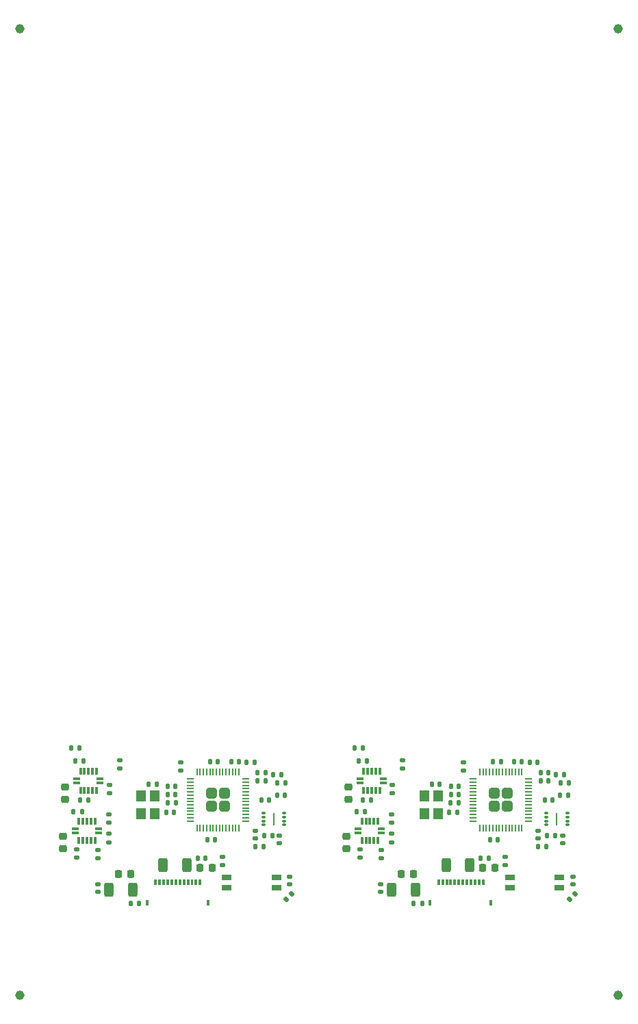
<source format=gbp>
G04 #@! TF.GenerationSoftware,KiCad,Pcbnew,8.0.1*
G04 #@! TF.CreationDate,2024-03-31T21:58:01-04:00*
G04 #@! TF.ProjectId,RGB-Panel,5247422d-5061-46e6-956c-2e6b69636164,V3.0*
G04 #@! TF.SameCoordinates,Original*
G04 #@! TF.FileFunction,Paste,Bot*
G04 #@! TF.FilePolarity,Positive*
%FSLAX46Y46*%
G04 Gerber Fmt 4.6, Leading zero omitted, Abs format (unit mm)*
G04 Created by KiCad (PCBNEW 8.0.1) date 2024-03-31 21:58:01*
%MOMM*%
%LPD*%
G01*
G04 APERTURE LIST*
G04 Aperture macros list*
%AMRoundRect*
0 Rectangle with rounded corners*
0 $1 Rounding radius*
0 $2 $3 $4 $5 $6 $7 $8 $9 X,Y pos of 4 corners*
0 Add a 4 corners polygon primitive as box body*
4,1,4,$2,$3,$4,$5,$6,$7,$8,$9,$2,$3,0*
0 Add four circle primitives for the rounded corners*
1,1,$1+$1,$2,$3*
1,1,$1+$1,$4,$5*
1,1,$1+$1,$6,$7*
1,1,$1+$1,$8,$9*
0 Add four rect primitives between the rounded corners*
20,1,$1+$1,$2,$3,$4,$5,0*
20,1,$1+$1,$4,$5,$6,$7,0*
20,1,$1+$1,$6,$7,$8,$9,0*
20,1,$1+$1,$8,$9,$2,$3,0*%
G04 Aperture macros list end*
%ADD10C,0.010000*%
%ADD11RoundRect,0.225000X-0.225000X-0.250000X0.225000X-0.250000X0.225000X0.250000X-0.225000X0.250000X0*%
%ADD12RoundRect,0.135000X0.185000X-0.135000X0.185000X0.135000X-0.185000X0.135000X-0.185000X-0.135000X0*%
%ADD13R,1.200000X1.400000*%
%ADD14RoundRect,0.007800X0.422200X0.122200X-0.422200X0.122200X-0.422200X-0.122200X0.422200X-0.122200X0*%
%ADD15RoundRect,0.007800X-0.122200X0.422200X-0.122200X-0.422200X0.122200X-0.422200X0.122200X0.422200X0*%
%ADD16RoundRect,0.250000X0.312500X0.625000X-0.312500X0.625000X-0.312500X-0.625000X0.312500X-0.625000X0*%
%ADD17RoundRect,0.135000X-0.135000X-0.185000X0.135000X-0.185000X0.135000X0.185000X-0.135000X0.185000X0*%
%ADD18RoundRect,0.147500X0.147500X0.172500X-0.147500X0.172500X-0.147500X-0.172500X0.147500X-0.172500X0*%
%ADD19RoundRect,0.135000X0.135000X0.185000X-0.135000X0.185000X-0.135000X-0.185000X0.135000X-0.185000X0*%
%ADD20R,1.250000X0.760000*%
%ADD21R,0.400000X0.800000*%
%ADD22RoundRect,0.147500X-0.172500X0.147500X-0.172500X-0.147500X0.172500X-0.147500X0.172500X0.147500X0*%
%ADD23RoundRect,0.140000X-0.140000X-0.170000X0.140000X-0.170000X0.140000X0.170000X-0.140000X0.170000X0*%
%ADD24RoundRect,0.140000X0.140000X0.170000X-0.140000X0.170000X-0.140000X-0.170000X0.140000X-0.170000X0*%
%ADD25RoundRect,0.140000X-0.170000X0.140000X-0.170000X-0.140000X0.170000X-0.140000X0.170000X0.140000X0*%
%ADD26RoundRect,0.135000X-0.185000X0.135000X-0.185000X-0.135000X0.185000X-0.135000X0.185000X0.135000X0*%
%ADD27RoundRect,0.050000X-0.050000X-0.750000X0.050000X-0.750000X0.050000X0.750000X-0.050000X0.750000X0*%
%ADD28RoundRect,0.075000X-0.187500X-0.075000X0.187500X-0.075000X0.187500X0.075000X-0.187500X0.075000X0*%
%ADD29RoundRect,0.225000X-0.250000X0.225000X-0.250000X-0.225000X0.250000X-0.225000X0.250000X0.225000X0*%
%ADD30RoundRect,0.249999X0.395001X-0.395001X0.395001X0.395001X-0.395001X0.395001X-0.395001X-0.395001X0*%
%ADD31RoundRect,0.050000X0.050000X-0.387500X0.050000X0.387500X-0.050000X0.387500X-0.050000X-0.387500X0*%
%ADD32RoundRect,0.050000X0.387500X-0.050000X0.387500X0.050000X-0.387500X0.050000X-0.387500X-0.050000X0*%
%ADD33RoundRect,0.147500X0.017678X-0.226274X0.226274X-0.017678X-0.017678X0.226274X-0.226274X0.017678X0*%
%ADD34C,1.152000*%
G04 APERTURE END LIST*
D10*
X119875006Y-128750000D02*
X119625006Y-128750000D01*
X119625006Y-128100000D01*
X119875006Y-128100000D01*
X119875006Y-128750000D01*
G36*
X119875006Y-128750000D02*
G01*
X119625006Y-128750000D01*
X119625006Y-128100000D01*
X119875006Y-128100000D01*
X119875006Y-128750000D01*
G37*
X120375006Y-128750000D02*
X120125006Y-128750000D01*
X120125006Y-128100000D01*
X120375006Y-128100000D01*
X120375006Y-128750000D01*
G36*
X120375006Y-128750000D02*
G01*
X120125006Y-128750000D01*
X120125006Y-128100000D01*
X120375006Y-128100000D01*
X120375006Y-128750000D01*
G37*
X120875006Y-128750000D02*
X120625006Y-128750000D01*
X120625006Y-128100000D01*
X120875006Y-128100000D01*
X120875006Y-128750000D01*
G36*
X120875006Y-128750000D02*
G01*
X120625006Y-128750000D01*
X120625006Y-128100000D01*
X120875006Y-128100000D01*
X120875006Y-128750000D01*
G37*
X121375006Y-128750000D02*
X121125006Y-128750000D01*
X121125006Y-128100000D01*
X121375006Y-128100000D01*
X121375006Y-128750000D01*
G36*
X121375006Y-128750000D02*
G01*
X121125006Y-128750000D01*
X121125006Y-128100000D01*
X121375006Y-128100000D01*
X121375006Y-128750000D01*
G37*
X121875006Y-128750000D02*
X121625006Y-128750000D01*
X121625006Y-128100000D01*
X121875006Y-128100000D01*
X121875006Y-128750000D01*
G36*
X121875006Y-128750000D02*
G01*
X121625006Y-128750000D01*
X121625006Y-128100000D01*
X121875006Y-128100000D01*
X121875006Y-128750000D01*
G37*
X122375006Y-128750000D02*
X122125006Y-128750000D01*
X122125006Y-128100000D01*
X122375006Y-128100000D01*
X122375006Y-128750000D01*
G36*
X122375006Y-128750000D02*
G01*
X122125006Y-128750000D01*
X122125006Y-128100000D01*
X122375006Y-128100000D01*
X122375006Y-128750000D01*
G37*
X122875006Y-128750000D02*
X122625006Y-128750000D01*
X122625006Y-128100000D01*
X122875006Y-128100000D01*
X122875006Y-128750000D01*
G36*
X122875006Y-128750000D02*
G01*
X122625006Y-128750000D01*
X122625006Y-128100000D01*
X122875006Y-128100000D01*
X122875006Y-128750000D01*
G37*
X123375006Y-128750000D02*
X123125006Y-128750000D01*
X123125006Y-128100000D01*
X123375006Y-128100000D01*
X123375006Y-128750000D01*
G36*
X123375006Y-128750000D02*
G01*
X123125006Y-128750000D01*
X123125006Y-128100000D01*
X123375006Y-128100000D01*
X123375006Y-128750000D01*
G37*
X123875006Y-128750000D02*
X123625006Y-128750000D01*
X123625006Y-128100000D01*
X123875006Y-128100000D01*
X123875006Y-128750000D01*
G36*
X123875006Y-128750000D02*
G01*
X123625006Y-128750000D01*
X123625006Y-128100000D01*
X123875006Y-128100000D01*
X123875006Y-128750000D01*
G37*
X124375006Y-128750000D02*
X124125006Y-128750000D01*
X124125006Y-128100000D01*
X124375006Y-128100000D01*
X124375006Y-128750000D01*
G36*
X124375006Y-128750000D02*
G01*
X124125006Y-128750000D01*
X124125006Y-128100000D01*
X124375006Y-128100000D01*
X124375006Y-128750000D01*
G37*
X124875006Y-128750000D02*
X124625006Y-128750000D01*
X124625006Y-128100000D01*
X124875006Y-128100000D01*
X124875006Y-128750000D01*
G36*
X124875006Y-128750000D02*
G01*
X124625006Y-128750000D01*
X124625006Y-128100000D01*
X124875006Y-128100000D01*
X124875006Y-128750000D01*
G37*
X125375006Y-128750000D02*
X125125006Y-128750000D01*
X125125006Y-128100000D01*
X125375006Y-128100000D01*
X125375006Y-128750000D01*
G36*
X125375006Y-128750000D02*
G01*
X125125006Y-128750000D01*
X125125006Y-128100000D01*
X125375006Y-128100000D01*
X125375006Y-128750000D01*
G37*
X84875006Y-128750000D02*
X84625006Y-128750000D01*
X84625006Y-128100000D01*
X84875006Y-128100000D01*
X84875006Y-128750000D01*
G36*
X84875006Y-128750000D02*
G01*
X84625006Y-128750000D01*
X84625006Y-128100000D01*
X84875006Y-128100000D01*
X84875006Y-128750000D01*
G37*
X85375006Y-128750000D02*
X85125006Y-128750000D01*
X85125006Y-128100000D01*
X85375006Y-128100000D01*
X85375006Y-128750000D01*
G36*
X85375006Y-128750000D02*
G01*
X85125006Y-128750000D01*
X85125006Y-128100000D01*
X85375006Y-128100000D01*
X85375006Y-128750000D01*
G37*
X85875006Y-128750000D02*
X85625006Y-128750000D01*
X85625006Y-128100000D01*
X85875006Y-128100000D01*
X85875006Y-128750000D01*
G36*
X85875006Y-128750000D02*
G01*
X85625006Y-128750000D01*
X85625006Y-128100000D01*
X85875006Y-128100000D01*
X85875006Y-128750000D01*
G37*
X86375006Y-128750000D02*
X86125006Y-128750000D01*
X86125006Y-128100000D01*
X86375006Y-128100000D01*
X86375006Y-128750000D01*
G36*
X86375006Y-128750000D02*
G01*
X86125006Y-128750000D01*
X86125006Y-128100000D01*
X86375006Y-128100000D01*
X86375006Y-128750000D01*
G37*
X86875006Y-128750000D02*
X86625006Y-128750000D01*
X86625006Y-128100000D01*
X86875006Y-128100000D01*
X86875006Y-128750000D01*
G36*
X86875006Y-128750000D02*
G01*
X86625006Y-128750000D01*
X86625006Y-128100000D01*
X86875006Y-128100000D01*
X86875006Y-128750000D01*
G37*
X87375006Y-128750000D02*
X87125006Y-128750000D01*
X87125006Y-128100000D01*
X87375006Y-128100000D01*
X87375006Y-128750000D01*
G36*
X87375006Y-128750000D02*
G01*
X87125006Y-128750000D01*
X87125006Y-128100000D01*
X87375006Y-128100000D01*
X87375006Y-128750000D01*
G37*
X87875006Y-128750000D02*
X87625006Y-128750000D01*
X87625006Y-128100000D01*
X87875006Y-128100000D01*
X87875006Y-128750000D01*
G36*
X87875006Y-128750000D02*
G01*
X87625006Y-128750000D01*
X87625006Y-128100000D01*
X87875006Y-128100000D01*
X87875006Y-128750000D01*
G37*
X88375006Y-128750000D02*
X88125006Y-128750000D01*
X88125006Y-128100000D01*
X88375006Y-128100000D01*
X88375006Y-128750000D01*
G36*
X88375006Y-128750000D02*
G01*
X88125006Y-128750000D01*
X88125006Y-128100000D01*
X88375006Y-128100000D01*
X88375006Y-128750000D01*
G37*
X88875006Y-128750000D02*
X88625006Y-128750000D01*
X88625006Y-128100000D01*
X88875006Y-128100000D01*
X88875006Y-128750000D01*
G36*
X88875006Y-128750000D02*
G01*
X88625006Y-128750000D01*
X88625006Y-128100000D01*
X88875006Y-128100000D01*
X88875006Y-128750000D01*
G37*
X89375006Y-128750000D02*
X89125006Y-128750000D01*
X89125006Y-128100000D01*
X89375006Y-128100000D01*
X89375006Y-128750000D01*
G36*
X89375006Y-128750000D02*
G01*
X89125006Y-128750000D01*
X89125006Y-128100000D01*
X89375006Y-128100000D01*
X89375006Y-128750000D01*
G37*
X89875006Y-128750000D02*
X89625006Y-128750000D01*
X89625006Y-128100000D01*
X89875006Y-128100000D01*
X89875006Y-128750000D01*
G36*
X89875006Y-128750000D02*
G01*
X89625006Y-128750000D01*
X89625006Y-128100000D01*
X89875006Y-128100000D01*
X89875006Y-128750000D01*
G37*
X90375006Y-128750000D02*
X90125006Y-128750000D01*
X90125006Y-128100000D01*
X90375006Y-128100000D01*
X90375006Y-128750000D01*
G36*
X90375006Y-128750000D02*
G01*
X90125006Y-128750000D01*
X90125006Y-128100000D01*
X90375006Y-128100000D01*
X90375006Y-128750000D01*
G37*
D11*
X125225006Y-126700000D03*
X126775006Y-126700000D03*
D12*
X80350006Y-114413000D03*
X80350006Y-113393000D03*
D13*
X119714006Y-117835000D03*
X119714006Y-120035000D03*
X118014006Y-120035000D03*
X118014006Y-117835000D03*
D14*
X109865006Y-121845000D03*
D15*
X110300006Y-120910000D03*
X110800006Y-120910000D03*
X111300006Y-120910000D03*
X111800006Y-120910000D03*
X112300006Y-120910000D03*
D14*
X112735006Y-121845000D03*
X112735006Y-122345000D03*
D15*
X112300006Y-123280000D03*
X111800006Y-123280000D03*
X111300006Y-123280000D03*
X110800006Y-123280000D03*
X110300006Y-123280000D03*
D14*
X109865006Y-122345000D03*
D11*
X90225006Y-126700000D03*
X91775006Y-126700000D03*
D16*
X81932899Y-129389892D03*
X79007899Y-129389892D03*
D17*
X132110006Y-124020000D03*
X133130006Y-124020000D03*
D18*
X90985006Y-125500000D03*
X90015006Y-125500000D03*
D19*
X117742899Y-131049892D03*
X116722899Y-131049892D03*
D20*
X134742899Y-127879892D03*
X134742899Y-129149892D03*
X128592899Y-129149892D03*
X128592899Y-127879892D03*
D21*
X118750006Y-131000000D03*
X126250006Y-131000000D03*
D22*
X77622899Y-128709892D03*
X77622899Y-129679892D03*
D19*
X100880006Y-116223000D03*
X99860006Y-116223000D03*
D23*
X132900006Y-118315000D03*
X133860006Y-118315000D03*
X97900006Y-118315000D03*
X98860006Y-118315000D03*
D19*
X110392899Y-111879892D03*
X109372899Y-111879892D03*
D24*
X122060006Y-119800000D03*
X121100006Y-119800000D03*
D25*
X97100006Y-122100000D03*
X97100006Y-123060000D03*
D23*
X83940006Y-116350000D03*
X84900006Y-116350000D03*
D26*
X77692899Y-124479892D03*
X77692899Y-125499892D03*
D19*
X100340006Y-115173000D03*
X99320006Y-115173000D03*
D13*
X84714006Y-117835000D03*
X84714006Y-120035000D03*
X83014006Y-120035000D03*
X83014006Y-117835000D03*
D24*
X132000006Y-113643000D03*
X131040006Y-113643000D03*
X87060006Y-119800000D03*
X86100006Y-119800000D03*
D11*
X80172899Y-127459892D03*
X81722899Y-127459892D03*
D26*
X113970005Y-122495000D03*
X113970005Y-123515000D03*
D23*
X134840006Y-117743000D03*
X135800006Y-117743000D03*
D27*
X134407506Y-120643000D03*
D28*
X133120006Y-121393000D03*
X133120006Y-120893000D03*
X133120006Y-120393000D03*
X133120006Y-119893000D03*
X135695006Y-119893000D03*
X135695006Y-120393000D03*
X135695006Y-120893000D03*
X135695006Y-121393000D03*
D19*
X134220006Y-122684000D03*
X133200006Y-122684000D03*
D17*
X86290006Y-118625000D03*
X87310006Y-118625000D03*
D23*
X126520006Y-113550000D03*
X127480006Y-113550000D03*
X91172899Y-123199892D03*
X92132899Y-123199892D03*
X97400006Y-115900000D03*
X98360006Y-115900000D03*
X126172899Y-123199892D03*
X127132899Y-123199892D03*
D19*
X135340006Y-115173000D03*
X134320006Y-115173000D03*
D29*
X73600006Y-116700000D03*
X73600006Y-118250000D03*
D12*
X115350006Y-114413000D03*
X115350006Y-113393000D03*
D17*
X97110006Y-124020000D03*
X98130006Y-124020000D03*
D23*
X97400006Y-114893000D03*
X98360006Y-114893000D03*
D12*
X78970005Y-121095000D03*
X78970005Y-120075000D03*
D30*
X126700006Y-119100000D03*
X128300006Y-119100000D03*
X126700006Y-117500000D03*
X128300006Y-117500000D03*
D31*
X130100006Y-121737500D03*
X129700006Y-121737500D03*
X129300006Y-121737500D03*
X128900006Y-121737500D03*
X128500006Y-121737500D03*
X128100006Y-121737500D03*
X127700006Y-121737500D03*
X127300006Y-121737500D03*
X126900006Y-121737500D03*
X126500006Y-121737500D03*
X126100006Y-121737500D03*
X125700006Y-121737500D03*
X125300006Y-121737500D03*
X124900006Y-121737500D03*
D32*
X124062506Y-120900000D03*
X124062506Y-120500000D03*
X124062506Y-120100000D03*
X124062506Y-119700000D03*
X124062506Y-119300000D03*
X124062506Y-118900000D03*
X124062506Y-118500000D03*
X124062506Y-118100000D03*
X124062506Y-117700000D03*
X124062506Y-117300000D03*
X124062506Y-116900000D03*
X124062506Y-116500000D03*
X124062506Y-116100000D03*
X124062506Y-115700000D03*
D31*
X124900006Y-114862500D03*
X125300006Y-114862500D03*
X125700006Y-114862500D03*
X126100006Y-114862500D03*
X126500006Y-114862500D03*
X126900006Y-114862500D03*
X127300006Y-114862500D03*
X127700006Y-114862500D03*
X128100006Y-114862500D03*
X128500006Y-114862500D03*
X128900006Y-114862500D03*
X129300006Y-114862500D03*
X129700006Y-114862500D03*
X130100006Y-114862500D03*
D32*
X130937506Y-115700000D03*
X130937506Y-116100000D03*
X130937506Y-116500000D03*
X130937506Y-116900000D03*
X130937506Y-117300000D03*
X130937506Y-117700000D03*
X130937506Y-118100000D03*
X130937506Y-118500000D03*
X130937506Y-118900000D03*
X130937506Y-119300000D03*
X130937506Y-119700000D03*
X130937506Y-120100000D03*
X130937506Y-120500000D03*
X130937506Y-120900000D03*
D26*
X87900006Y-113680000D03*
X87900006Y-114700000D03*
D21*
X83750006Y-131000000D03*
X91250006Y-131000000D03*
D33*
X135957005Y-130585786D03*
X136642899Y-129899892D03*
D20*
X99742899Y-127879892D03*
X99742899Y-129149892D03*
X93592899Y-129149892D03*
X93592899Y-127879892D03*
D26*
X79100005Y-116399999D03*
X79100005Y-117419999D03*
D23*
X118940006Y-116350000D03*
X119900006Y-116350000D03*
D26*
X78970005Y-122495000D03*
X78970005Y-123515000D03*
D19*
X75662899Y-119719892D03*
X74642899Y-119719892D03*
D26*
X112692899Y-124479892D03*
X112692899Y-125499892D03*
X114100005Y-116399999D03*
X114100005Y-117419999D03*
D12*
X110042899Y-125419892D03*
X110042899Y-124399892D03*
D18*
X125985006Y-125500000D03*
X125015006Y-125500000D03*
D12*
X113970005Y-121095000D03*
X113970005Y-120075000D03*
D19*
X82742899Y-131049892D03*
X81722899Y-131049892D03*
X75392899Y-111879892D03*
X74372899Y-111879892D03*
D14*
X74865006Y-121845000D03*
D15*
X75300006Y-120910000D03*
X75800006Y-120910000D03*
X76300006Y-120910000D03*
X76800006Y-120910000D03*
X77300006Y-120910000D03*
D14*
X77735006Y-121845000D03*
X77735006Y-122345000D03*
D15*
X77300006Y-123280000D03*
X76800006Y-123280000D03*
X76300006Y-123280000D03*
X75800006Y-123280000D03*
X75300006Y-123280000D03*
D14*
X74865006Y-122345000D03*
D29*
X73370005Y-122795000D03*
X73370005Y-124345000D03*
D16*
X88662506Y-126360000D03*
X85737506Y-126360000D03*
D23*
X99840006Y-117743000D03*
X100800006Y-117743000D03*
D24*
X87260006Y-117600000D03*
X86300006Y-117600000D03*
D11*
X115172899Y-127459892D03*
X116722899Y-127459892D03*
D24*
X130080006Y-113550000D03*
X129120006Y-113550000D03*
D30*
X91700006Y-119100000D03*
X93300006Y-119100000D03*
X91700006Y-117500000D03*
X93300006Y-117500000D03*
D31*
X95100006Y-121737500D03*
X94700006Y-121737500D03*
X94300006Y-121737500D03*
X93900006Y-121737500D03*
X93500006Y-121737500D03*
X93100006Y-121737500D03*
X92700006Y-121737500D03*
X92300006Y-121737500D03*
X91900006Y-121737500D03*
X91500006Y-121737500D03*
X91100006Y-121737500D03*
X90700006Y-121737500D03*
X90300006Y-121737500D03*
X89900006Y-121737500D03*
D32*
X89062506Y-120900000D03*
X89062506Y-120500000D03*
X89062506Y-120100000D03*
X89062506Y-119700000D03*
X89062506Y-119300000D03*
X89062506Y-118900000D03*
X89062506Y-118500000D03*
X89062506Y-118100000D03*
X89062506Y-117700000D03*
X89062506Y-117300000D03*
X89062506Y-116900000D03*
X89062506Y-116500000D03*
X89062506Y-116100000D03*
X89062506Y-115700000D03*
D31*
X89900006Y-114862500D03*
X90300006Y-114862500D03*
X90700006Y-114862500D03*
X91100006Y-114862500D03*
X91500006Y-114862500D03*
X91900006Y-114862500D03*
X92300006Y-114862500D03*
X92700006Y-114862500D03*
X93100006Y-114862500D03*
X93500006Y-114862500D03*
X93900006Y-114862500D03*
X94300006Y-114862500D03*
X94700006Y-114862500D03*
X95100006Y-114862500D03*
D32*
X95937506Y-115700000D03*
X95937506Y-116100000D03*
X95937506Y-116500000D03*
X95937506Y-116900000D03*
X95937506Y-117300000D03*
X95937506Y-117700000D03*
X95937506Y-118100000D03*
X95937506Y-118500000D03*
X95937506Y-118900000D03*
X95937506Y-119300000D03*
X95937506Y-119700000D03*
X95937506Y-120100000D03*
X95937506Y-120500000D03*
X95937506Y-120900000D03*
D25*
X132100006Y-122100000D03*
X132100006Y-123060000D03*
D33*
X100957005Y-130585786D03*
X101642899Y-129899892D03*
D12*
X75042899Y-125419892D03*
X75042899Y-124399892D03*
D19*
X110900006Y-113500000D03*
X109880006Y-113500000D03*
D14*
X75065006Y-115650000D03*
D15*
X75500006Y-114715000D03*
X76000006Y-114715000D03*
X76500006Y-114715000D03*
X77000006Y-114715000D03*
X77500006Y-114715000D03*
D14*
X77935006Y-115650000D03*
X77935006Y-116150000D03*
D15*
X77500006Y-117085000D03*
X77000006Y-117085000D03*
X76500006Y-117085000D03*
X76000006Y-117085000D03*
X75500006Y-117085000D03*
D14*
X75065006Y-116150000D03*
D23*
X91520006Y-113550000D03*
X92480006Y-113550000D03*
D25*
X100100006Y-122704000D03*
X100100006Y-123664000D03*
D14*
X110065006Y-115650000D03*
D15*
X110500006Y-114715000D03*
X111000006Y-114715000D03*
X111500006Y-114715000D03*
X112000006Y-114715000D03*
X112500006Y-114715000D03*
D14*
X112935006Y-115650000D03*
X112935006Y-116150000D03*
D15*
X112500006Y-117085000D03*
X112000006Y-117085000D03*
X111500006Y-117085000D03*
X111000006Y-117085000D03*
X110500006Y-117085000D03*
D14*
X110065006Y-116150000D03*
D19*
X76460006Y-118320000D03*
X75440006Y-118320000D03*
D29*
X108600006Y-116700000D03*
X108600006Y-118250000D03*
D27*
X99407506Y-120643000D03*
D28*
X98120006Y-121393000D03*
X98120006Y-120893000D03*
X98120006Y-120393000D03*
X98120006Y-119893000D03*
X100695006Y-119893000D03*
X100695006Y-120393000D03*
X100695006Y-120893000D03*
X100695006Y-121393000D03*
D24*
X97000006Y-113643000D03*
X96040006Y-113643000D03*
D23*
X132400006Y-115900000D03*
X133360006Y-115900000D03*
D16*
X116932899Y-129389892D03*
X114007899Y-129389892D03*
X123662506Y-126360000D03*
X120737506Y-126360000D03*
D22*
X128032899Y-125369892D03*
X128032899Y-126339892D03*
D19*
X99220006Y-122684000D03*
X98200006Y-122684000D03*
D22*
X136392899Y-127749892D03*
X136392899Y-128719892D03*
D24*
X122260006Y-116625000D03*
X121300006Y-116625000D03*
D23*
X132400006Y-114893000D03*
X133360006Y-114893000D03*
D19*
X111460006Y-118320000D03*
X110440006Y-118320000D03*
D22*
X101392899Y-127749892D03*
X101392899Y-128719892D03*
D24*
X122260006Y-117600000D03*
X121300006Y-117600000D03*
X95080006Y-113550000D03*
X94120006Y-113550000D03*
D17*
X121290006Y-118625000D03*
X122310006Y-118625000D03*
D22*
X112622899Y-128709892D03*
X112622899Y-129679892D03*
D19*
X75900006Y-113500000D03*
X74880006Y-113500000D03*
D25*
X135100006Y-122704000D03*
X135100006Y-123664000D03*
D29*
X108370005Y-122795000D03*
X108370005Y-124345000D03*
D19*
X110662899Y-119719892D03*
X109642899Y-119719892D03*
X135880006Y-116223000D03*
X134860006Y-116223000D03*
D24*
X87260006Y-116625000D03*
X86300006Y-116625000D03*
D22*
X93032899Y-125369892D03*
X93032899Y-126339892D03*
D26*
X122900006Y-113680000D03*
X122900006Y-114700000D03*
D34*
X67999997Y-23000000D03*
X142000003Y-23000000D03*
X67999997Y-142399995D03*
X142000003Y-142399995D03*
M02*

</source>
